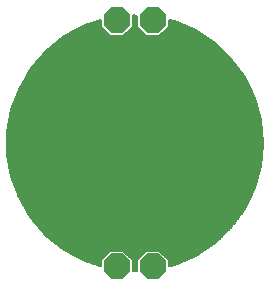
<source format=gbl>
G75*
%MOIN*%
%OFA0B0*%
%FSLAX25Y25*%
%IPPOS*%
%LPD*%
%AMOC8*
5,1,8,0,0,1.08239X$1,22.5*
%
%ADD10C,0.70000*%
%ADD11OC8,0.08600*%
%ADD12C,0.00600*%
%ADD13C,0.03762*%
%ADD14C,0.02778*%
D10*
X0124250Y0064250D03*
D11*
X0118250Y0023250D03*
X0130250Y0023250D03*
X0130250Y0105250D03*
X0118250Y0105250D03*
D12*
X0083089Y0052890D02*
X0085779Y0045723D01*
X0089705Y0039152D01*
X0094742Y0033387D01*
X0100727Y0028614D01*
X0107468Y0024986D01*
X0113050Y0023172D01*
X0113050Y0025404D01*
X0116096Y0028450D01*
X0120404Y0028450D01*
X0123450Y0025404D01*
X0123450Y0021643D01*
X0125050Y0021715D01*
X0125050Y0025404D01*
X0128096Y0028450D01*
X0132404Y0028450D01*
X0135450Y0025404D01*
X0135450Y0023185D01*
X0137445Y0023640D01*
X0144484Y0026649D01*
X0150873Y0030866D01*
X0156406Y0036156D01*
X0156406Y0036156D01*
X0160906Y0042349D01*
X0164227Y0049246D01*
X0166264Y0056626D01*
X0166950Y0064250D01*
X0166264Y0071874D01*
X0164227Y0079254D01*
X0160906Y0086151D01*
X0156406Y0092344D01*
X0150873Y0097634D01*
X0144484Y0101851D01*
X0137445Y0104860D01*
X0135450Y0105315D01*
X0135450Y0103096D01*
X0132404Y0100050D01*
X0128096Y0100050D01*
X0125050Y0103096D01*
X0125050Y0106785D01*
X0123450Y0106857D01*
X0123450Y0103096D01*
X0120404Y0100050D01*
X0116096Y0100050D01*
X0113050Y0103096D01*
X0113050Y0105328D01*
X0107468Y0103514D01*
X0100727Y0099886D01*
X0094742Y0095113D01*
X0089705Y0089348D01*
X0085779Y0082777D01*
X0083089Y0075610D01*
X0081722Y0068078D01*
X0081722Y0060422D01*
X0083089Y0052890D01*
X0083135Y0052767D02*
X0165199Y0052767D01*
X0165364Y0053365D02*
X0083003Y0053365D01*
X0082894Y0053964D02*
X0165529Y0053964D01*
X0165694Y0054562D02*
X0082785Y0054562D01*
X0082677Y0055161D02*
X0165859Y0055161D01*
X0166025Y0055759D02*
X0082568Y0055759D01*
X0082460Y0056358D02*
X0166190Y0056358D01*
X0166264Y0056626D02*
X0166264Y0056626D01*
X0166294Y0056956D02*
X0082351Y0056956D01*
X0082242Y0057555D02*
X0166347Y0057555D01*
X0166401Y0058153D02*
X0082134Y0058153D01*
X0082025Y0058752D02*
X0166455Y0058752D01*
X0166509Y0059350D02*
X0081916Y0059350D01*
X0081808Y0059949D02*
X0166563Y0059949D01*
X0166617Y0060547D02*
X0081722Y0060547D01*
X0081722Y0061146D02*
X0166671Y0061146D01*
X0166724Y0061744D02*
X0081722Y0061744D01*
X0081722Y0062343D02*
X0166778Y0062343D01*
X0166832Y0062941D02*
X0081722Y0062941D01*
X0081722Y0063540D02*
X0166886Y0063540D01*
X0166940Y0064138D02*
X0081722Y0064138D01*
X0081722Y0064737D02*
X0166906Y0064737D01*
X0166852Y0065335D02*
X0081722Y0065335D01*
X0081722Y0065934D02*
X0166798Y0065934D01*
X0166745Y0066532D02*
X0081722Y0066532D01*
X0081722Y0067131D02*
X0166691Y0067131D01*
X0166637Y0067729D02*
X0081722Y0067729D01*
X0081767Y0068328D02*
X0166583Y0068328D01*
X0166529Y0068926D02*
X0081876Y0068926D01*
X0081985Y0069525D02*
X0166475Y0069525D01*
X0166421Y0070123D02*
X0082093Y0070123D01*
X0082202Y0070722D02*
X0166368Y0070722D01*
X0166314Y0071320D02*
X0082310Y0071320D01*
X0082419Y0071919D02*
X0166251Y0071919D01*
X0166086Y0072518D02*
X0082528Y0072518D01*
X0082636Y0073116D02*
X0165921Y0073116D01*
X0165756Y0073715D02*
X0082745Y0073715D01*
X0082853Y0074313D02*
X0165591Y0074313D01*
X0165426Y0074912D02*
X0082962Y0074912D01*
X0083071Y0075510D02*
X0165260Y0075510D01*
X0165095Y0076109D02*
X0083276Y0076109D01*
X0083501Y0076707D02*
X0164930Y0076707D01*
X0164765Y0077306D02*
X0083725Y0077306D01*
X0083950Y0077904D02*
X0164600Y0077904D01*
X0164434Y0078503D02*
X0084174Y0078503D01*
X0084399Y0079101D02*
X0164269Y0079101D01*
X0164012Y0079700D02*
X0084624Y0079700D01*
X0084848Y0080298D02*
X0163724Y0080298D01*
X0163436Y0080897D02*
X0085073Y0080897D01*
X0085298Y0081495D02*
X0163148Y0081495D01*
X0162860Y0082094D02*
X0085522Y0082094D01*
X0085747Y0082692D02*
X0162571Y0082692D01*
X0162283Y0083291D02*
X0086086Y0083291D01*
X0086443Y0083889D02*
X0161995Y0083889D01*
X0161707Y0084488D02*
X0086801Y0084488D01*
X0087158Y0085086D02*
X0161418Y0085086D01*
X0161130Y0085685D02*
X0087516Y0085685D01*
X0087874Y0086283D02*
X0160809Y0086283D01*
X0160375Y0086882D02*
X0088231Y0086882D01*
X0088589Y0087480D02*
X0159940Y0087480D01*
X0159505Y0088079D02*
X0088946Y0088079D01*
X0089304Y0088677D02*
X0159070Y0088677D01*
X0158635Y0089276D02*
X0089662Y0089276D01*
X0090164Y0089874D02*
X0158200Y0089874D01*
X0157766Y0090473D02*
X0090687Y0090473D01*
X0091210Y0091071D02*
X0157331Y0091071D01*
X0156896Y0091670D02*
X0091733Y0091670D01*
X0092256Y0092268D02*
X0156461Y0092268D01*
X0155859Y0092867D02*
X0092779Y0092867D01*
X0093302Y0093465D02*
X0155233Y0093465D01*
X0154607Y0094064D02*
X0093825Y0094064D01*
X0094348Y0094662D02*
X0153981Y0094662D01*
X0153355Y0095261D02*
X0094927Y0095261D01*
X0095677Y0095859D02*
X0152729Y0095859D01*
X0152103Y0096458D02*
X0096428Y0096458D01*
X0097178Y0097056D02*
X0151477Y0097056D01*
X0150842Y0097655D02*
X0097929Y0097655D01*
X0098679Y0098253D02*
X0149935Y0098253D01*
X0149028Y0098852D02*
X0099430Y0098852D01*
X0100180Y0099451D02*
X0148121Y0099451D01*
X0147215Y0100049D02*
X0101029Y0100049D01*
X0102141Y0100648D02*
X0115499Y0100648D01*
X0114900Y0101246D02*
X0103254Y0101246D01*
X0104366Y0101845D02*
X0114302Y0101845D01*
X0113703Y0102443D02*
X0105478Y0102443D01*
X0106590Y0103042D02*
X0113105Y0103042D01*
X0113050Y0103640D02*
X0107856Y0103640D01*
X0109698Y0104239D02*
X0113050Y0104239D01*
X0113050Y0104837D02*
X0111540Y0104837D01*
X0121001Y0100648D02*
X0127499Y0100648D01*
X0126900Y0101246D02*
X0121600Y0101246D01*
X0122198Y0101845D02*
X0126302Y0101845D01*
X0125703Y0102443D02*
X0122797Y0102443D01*
X0123395Y0103042D02*
X0125105Y0103042D01*
X0125050Y0103640D02*
X0123450Y0103640D01*
X0123450Y0104239D02*
X0125050Y0104239D01*
X0125050Y0104837D02*
X0123450Y0104837D01*
X0123450Y0105436D02*
X0125050Y0105436D01*
X0125050Y0106034D02*
X0123450Y0106034D01*
X0123450Y0106633D02*
X0125050Y0106633D01*
X0134198Y0101845D02*
X0144495Y0101845D01*
X0145401Y0101246D02*
X0133600Y0101246D01*
X0133001Y0100648D02*
X0146308Y0100648D01*
X0143100Y0102443D02*
X0134797Y0102443D01*
X0135395Y0103042D02*
X0141700Y0103042D01*
X0140299Y0103640D02*
X0135450Y0103640D01*
X0135450Y0104239D02*
X0138899Y0104239D01*
X0137499Y0104837D02*
X0135450Y0104837D01*
X0165034Y0052168D02*
X0083360Y0052168D01*
X0083584Y0051570D02*
X0164868Y0051570D01*
X0164703Y0050971D02*
X0083809Y0050971D01*
X0084034Y0050373D02*
X0164538Y0050373D01*
X0164373Y0049774D02*
X0084258Y0049774D01*
X0084483Y0049176D02*
X0164193Y0049176D01*
X0163905Y0048577D02*
X0084708Y0048577D01*
X0084932Y0047979D02*
X0163617Y0047979D01*
X0163328Y0047380D02*
X0085157Y0047380D01*
X0085381Y0046782D02*
X0163040Y0046782D01*
X0162752Y0046183D02*
X0085606Y0046183D01*
X0085861Y0045584D02*
X0162464Y0045584D01*
X0162176Y0044986D02*
X0086219Y0044986D01*
X0086577Y0044387D02*
X0161887Y0044387D01*
X0161599Y0043789D02*
X0086934Y0043789D01*
X0087292Y0043190D02*
X0161311Y0043190D01*
X0161023Y0042592D02*
X0087649Y0042592D01*
X0088007Y0041993D02*
X0160647Y0041993D01*
X0160212Y0041395D02*
X0088365Y0041395D01*
X0088722Y0040796D02*
X0159778Y0040796D01*
X0159343Y0040198D02*
X0089080Y0040198D01*
X0089437Y0039599D02*
X0158908Y0039599D01*
X0158473Y0039001D02*
X0089837Y0039001D01*
X0090360Y0038402D02*
X0158038Y0038402D01*
X0157603Y0037804D02*
X0090882Y0037804D01*
X0091405Y0037205D02*
X0157169Y0037205D01*
X0156734Y0036607D02*
X0091928Y0036607D01*
X0092451Y0036008D02*
X0156252Y0036008D01*
X0155626Y0035410D02*
X0092974Y0035410D01*
X0093497Y0034811D02*
X0155000Y0034811D01*
X0154374Y0034213D02*
X0094020Y0034213D01*
X0094543Y0033614D02*
X0153748Y0033614D01*
X0153122Y0033016D02*
X0095207Y0033016D01*
X0095957Y0032417D02*
X0152496Y0032417D01*
X0151870Y0031819D02*
X0096708Y0031819D01*
X0097458Y0031220D02*
X0151244Y0031220D01*
X0150503Y0030622D02*
X0098209Y0030622D01*
X0098959Y0030023D02*
X0149597Y0030023D01*
X0148690Y0029425D02*
X0099710Y0029425D01*
X0100460Y0028826D02*
X0147783Y0028826D01*
X0146876Y0028228D02*
X0132626Y0028228D01*
X0133225Y0027629D02*
X0145970Y0027629D01*
X0145063Y0027031D02*
X0133823Y0027031D01*
X0134422Y0026432D02*
X0143978Y0026432D01*
X0142578Y0025834D02*
X0135020Y0025834D01*
X0135450Y0025235D02*
X0141177Y0025235D01*
X0139777Y0024637D02*
X0135450Y0024637D01*
X0135450Y0024038D02*
X0138377Y0024038D01*
X0136568Y0023440D02*
X0135450Y0023440D01*
X0127874Y0028228D02*
X0120626Y0028228D01*
X0121225Y0027629D02*
X0127275Y0027629D01*
X0126677Y0027031D02*
X0121823Y0027031D01*
X0122422Y0026432D02*
X0126078Y0026432D01*
X0125480Y0025834D02*
X0123020Y0025834D01*
X0123450Y0025235D02*
X0125050Y0025235D01*
X0125050Y0024637D02*
X0123450Y0024637D01*
X0123450Y0024038D02*
X0125050Y0024038D01*
X0125050Y0023440D02*
X0123450Y0023440D01*
X0123450Y0022841D02*
X0125050Y0022841D01*
X0125050Y0022243D02*
X0123450Y0022243D01*
X0123450Y0021644D02*
X0123471Y0021644D01*
X0114078Y0026432D02*
X0104781Y0026432D01*
X0105893Y0025834D02*
X0113480Y0025834D01*
X0113050Y0025235D02*
X0107005Y0025235D01*
X0108544Y0024637D02*
X0113050Y0024637D01*
X0113050Y0024038D02*
X0110386Y0024038D01*
X0112228Y0023440D02*
X0113050Y0023440D01*
X0114677Y0027031D02*
X0103669Y0027031D01*
X0102556Y0027629D02*
X0115275Y0027629D01*
X0115874Y0028228D02*
X0101444Y0028228D01*
D13*
X0133000Y0041750D03*
X0133000Y0046750D03*
X0138000Y0053000D03*
X0138000Y0074250D03*
X0143000Y0074250D03*
X0136750Y0080500D03*
X0136750Y0085500D03*
D14*
X0138000Y0028000D03*
X0141750Y0028000D03*
M02*

</source>
